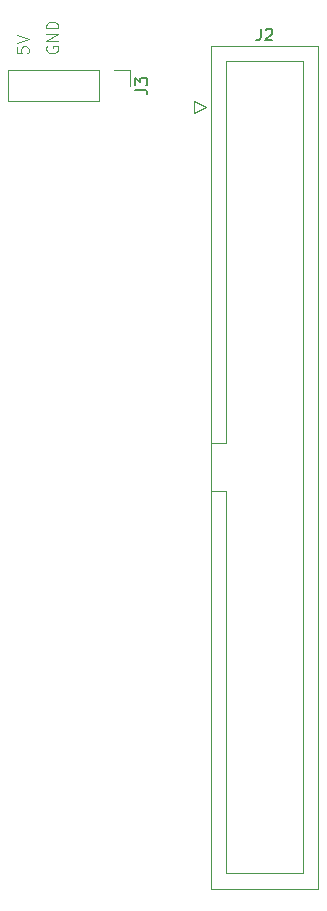
<source format=gbr>
%TF.GenerationSoftware,KiCad,Pcbnew,8.0.1*%
%TF.CreationDate,2024-04-03T11:18:02-05:00*%
%TF.ProjectId,SCSI-Adapter,53435349-2d41-4646-9170-7465722e6b69,rev?*%
%TF.SameCoordinates,Original*%
%TF.FileFunction,Legend,Top*%
%TF.FilePolarity,Positive*%
%FSLAX46Y46*%
G04 Gerber Fmt 4.6, Leading zero omitted, Abs format (unit mm)*
G04 Created by KiCad (PCBNEW 8.0.1) date 2024-04-03 11:18:02*
%MOMM*%
%LPD*%
G01*
G04 APERTURE LIST*
%ADD10C,0.100000*%
%ADD11C,0.150000*%
%ADD12C,0.120000*%
G04 APERTURE END LIST*
D10*
X178420038Y-45672306D02*
X178372419Y-45767544D01*
X178372419Y-45767544D02*
X178372419Y-45910401D01*
X178372419Y-45910401D02*
X178420038Y-46053258D01*
X178420038Y-46053258D02*
X178515276Y-46148496D01*
X178515276Y-46148496D02*
X178610514Y-46196115D01*
X178610514Y-46196115D02*
X178800990Y-46243734D01*
X178800990Y-46243734D02*
X178943847Y-46243734D01*
X178943847Y-46243734D02*
X179134323Y-46196115D01*
X179134323Y-46196115D02*
X179229561Y-46148496D01*
X179229561Y-46148496D02*
X179324800Y-46053258D01*
X179324800Y-46053258D02*
X179372419Y-45910401D01*
X179372419Y-45910401D02*
X179372419Y-45815163D01*
X179372419Y-45815163D02*
X179324800Y-45672306D01*
X179324800Y-45672306D02*
X179277180Y-45624687D01*
X179277180Y-45624687D02*
X178943847Y-45624687D01*
X178943847Y-45624687D02*
X178943847Y-45815163D01*
X179372419Y-45196115D02*
X178372419Y-45196115D01*
X178372419Y-45196115D02*
X179372419Y-44624687D01*
X179372419Y-44624687D02*
X178372419Y-44624687D01*
X179372419Y-44148496D02*
X178372419Y-44148496D01*
X178372419Y-44148496D02*
X178372419Y-43910401D01*
X178372419Y-43910401D02*
X178420038Y-43767544D01*
X178420038Y-43767544D02*
X178515276Y-43672306D01*
X178515276Y-43672306D02*
X178610514Y-43624687D01*
X178610514Y-43624687D02*
X178800990Y-43577068D01*
X178800990Y-43577068D02*
X178943847Y-43577068D01*
X178943847Y-43577068D02*
X179134323Y-43624687D01*
X179134323Y-43624687D02*
X179229561Y-43672306D01*
X179229561Y-43672306D02*
X179324800Y-43767544D01*
X179324800Y-43767544D02*
X179372419Y-43910401D01*
X179372419Y-43910401D02*
X179372419Y-44148496D01*
X175872419Y-45719925D02*
X175872419Y-46196115D01*
X175872419Y-46196115D02*
X176348609Y-46243734D01*
X176348609Y-46243734D02*
X176300990Y-46196115D01*
X176300990Y-46196115D02*
X176253371Y-46100877D01*
X176253371Y-46100877D02*
X176253371Y-45862782D01*
X176253371Y-45862782D02*
X176300990Y-45767544D01*
X176300990Y-45767544D02*
X176348609Y-45719925D01*
X176348609Y-45719925D02*
X176443847Y-45672306D01*
X176443847Y-45672306D02*
X176681942Y-45672306D01*
X176681942Y-45672306D02*
X176777180Y-45719925D01*
X176777180Y-45719925D02*
X176824800Y-45767544D01*
X176824800Y-45767544D02*
X176872419Y-45862782D01*
X176872419Y-45862782D02*
X176872419Y-46100877D01*
X176872419Y-46100877D02*
X176824800Y-46196115D01*
X176824800Y-46196115D02*
X176777180Y-46243734D01*
X175872419Y-45386591D02*
X176872419Y-45053258D01*
X176872419Y-45053258D02*
X175872419Y-44719925D01*
D11*
X196516666Y-44154819D02*
X196516666Y-44869104D01*
X196516666Y-44869104D02*
X196469047Y-45011961D01*
X196469047Y-45011961D02*
X196373809Y-45107200D01*
X196373809Y-45107200D02*
X196230952Y-45154819D01*
X196230952Y-45154819D02*
X196135714Y-45154819D01*
X196945238Y-44250057D02*
X196992857Y-44202438D01*
X196992857Y-44202438D02*
X197088095Y-44154819D01*
X197088095Y-44154819D02*
X197326190Y-44154819D01*
X197326190Y-44154819D02*
X197421428Y-44202438D01*
X197421428Y-44202438D02*
X197469047Y-44250057D01*
X197469047Y-44250057D02*
X197516666Y-44345295D01*
X197516666Y-44345295D02*
X197516666Y-44440533D01*
X197516666Y-44440533D02*
X197469047Y-44583390D01*
X197469047Y-44583390D02*
X196897619Y-45154819D01*
X196897619Y-45154819D02*
X197516666Y-45154819D01*
X185904819Y-49333333D02*
X186619104Y-49333333D01*
X186619104Y-49333333D02*
X186761961Y-49380952D01*
X186761961Y-49380952D02*
X186857200Y-49476190D01*
X186857200Y-49476190D02*
X186904819Y-49619047D01*
X186904819Y-49619047D02*
X186904819Y-49714285D01*
X185904819Y-48952380D02*
X185904819Y-48333333D01*
X185904819Y-48333333D02*
X186285771Y-48666666D01*
X186285771Y-48666666D02*
X186285771Y-48523809D01*
X186285771Y-48523809D02*
X186333390Y-48428571D01*
X186333390Y-48428571D02*
X186381009Y-48380952D01*
X186381009Y-48380952D02*
X186476247Y-48333333D01*
X186476247Y-48333333D02*
X186714342Y-48333333D01*
X186714342Y-48333333D02*
X186809580Y-48380952D01*
X186809580Y-48380952D02*
X186857200Y-48428571D01*
X186857200Y-48428571D02*
X186904819Y-48523809D01*
X186904819Y-48523809D02*
X186904819Y-48809523D01*
X186904819Y-48809523D02*
X186857200Y-48904761D01*
X186857200Y-48904761D02*
X186809580Y-48952380D01*
D12*
%TO.C,J2*%
X190900000Y-50300000D02*
X190900000Y-51300000D01*
X190900000Y-51300000D02*
X191900000Y-50800000D01*
X191900000Y-50800000D02*
X190900000Y-50300000D01*
X192290000Y-45590000D02*
X201410000Y-45590000D01*
X192290000Y-79230000D02*
X193600000Y-79230000D01*
X192290000Y-116970000D02*
X192290000Y-45590000D01*
X193600000Y-46890000D02*
X200100000Y-46890000D01*
X193600000Y-79230000D02*
X193600000Y-46890000D01*
X193600000Y-83330000D02*
X192290000Y-83330000D01*
X193600000Y-83330000D02*
X193600000Y-83330000D01*
X193600000Y-115670000D02*
X193600000Y-83330000D01*
X200100000Y-46890000D02*
X200100000Y-115670000D01*
X200100000Y-115670000D02*
X193600000Y-115670000D01*
X201410000Y-45590000D02*
X201410000Y-116970000D01*
X201410000Y-116970000D02*
X192290000Y-116970000D01*
%TO.C,J3*%
X175170000Y-47670000D02*
X175170000Y-50330000D01*
X182850000Y-47670000D02*
X175170000Y-47670000D01*
X182850000Y-47670000D02*
X182850000Y-50330000D01*
X182850000Y-50330000D02*
X175170000Y-50330000D01*
X184120000Y-47670000D02*
X185450000Y-47670000D01*
X185450000Y-47670000D02*
X185450000Y-49000000D01*
%TD*%
M02*

</source>
